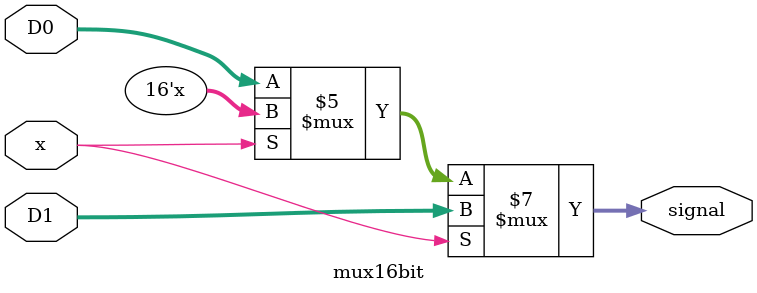
<source format=v>
`timescale 1ns / 1ps


module mux16bit(
    input wire x,
    input wire [15:0] D0,
    input wire [15:0] D1,
    output reg  [15:0] signal
    );
    
    initial begin
        signal <= 16'h0000;
    end
    
    always @(x,D0,D1) begin
    
        if (x == 0) begin
            signal <= D0;
        end
        
        if (x == 1) begin
            signal <= D1;
        end 
        
    end
endmodule

</source>
